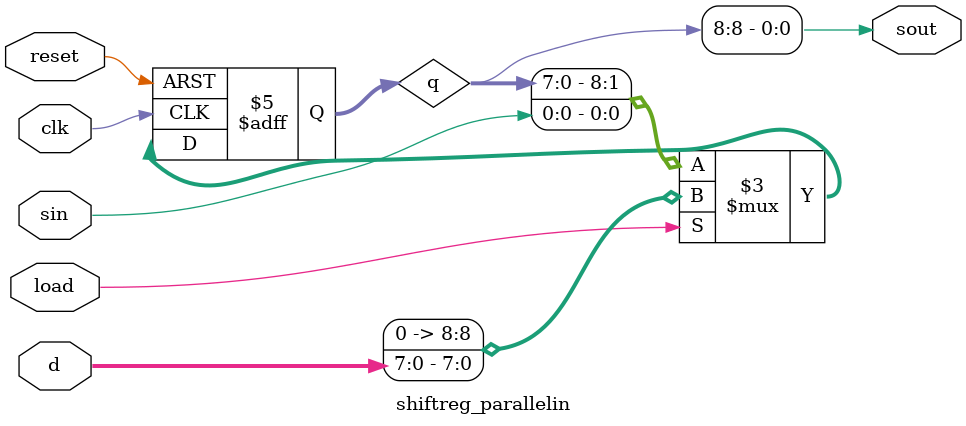
<source format=v>
`timescale 1ns / 1ps
module shiftreg_parallelin #(parameter N = 9)(
	input wire clk,reset,load,sin,
	input wire [N-2:0] d,
	output wire sout);
	
	reg [N-1:0] q;
	always @(posedge clk or posedge reset) begin
		if (reset) begin
			q <= 9'd0; 
		 end else begin  
			if (load) begin
				q <= {2'b0,d};
			end else begin	
				q <= {q[N-2:0], sin};
			end
		end
	end
	assign sout = q[N-1];
endmodule

</source>
